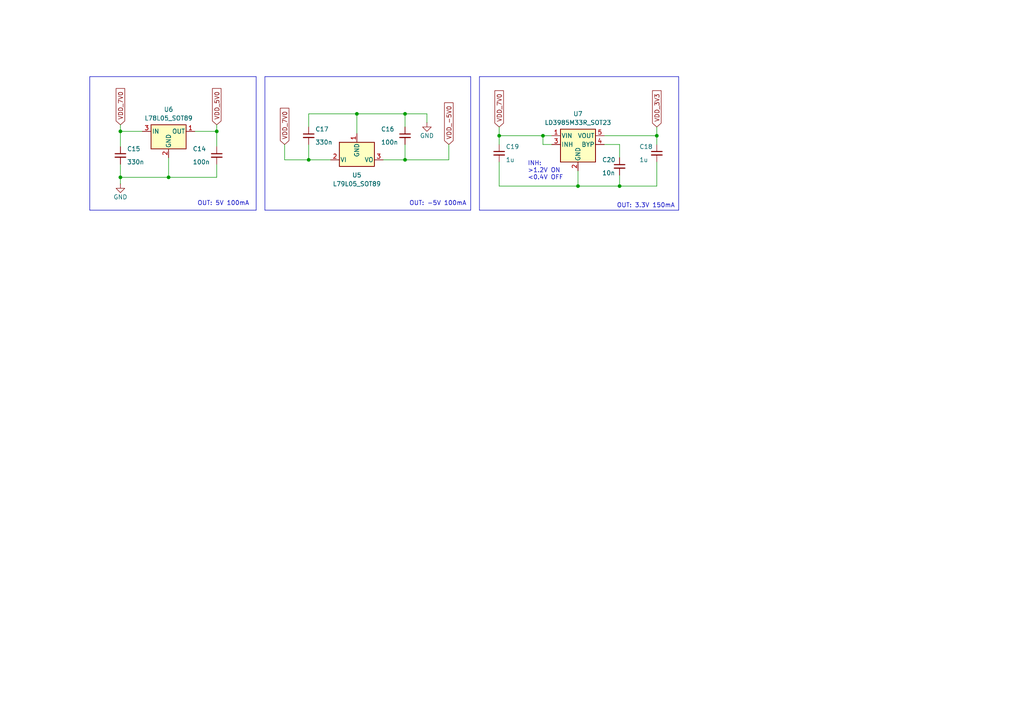
<source format=kicad_sch>
(kicad_sch (version 20231120) (generator "eeschema") (generator_version "8.0")
  (paper "A4")
  (lib_symbols
    (symbol "Device:C_Small" (pin_numbers hide) (pin_names (offset 0.254) hide)
      (property "Reference" "C" (at 0.254 1.778 0))
      (property "Value" "C_Small" (at 0.254 -2.032 0))
      (symbol "C_Small_0_1"
        (polyline (pts (xy -1.524 -0.508) (xy 1.524 -0.508)) (stroke (width 0.3302)))
        (polyline (pts (xy -1.524 0.508) (xy 1.524 0.508)) (stroke (width 0.3048)))
      )
      (symbol "C_Small_1_1"
        (pin passive line (at 0 2.54 270) (length 2.032) (name "~") (number "1"))
        (pin passive line (at 0 -2.54 90) (length 2.032) (name "~") (number "2"))
      )
    )
    (symbol "Regulator_Linear:L78L05_SOT89" (pin_names (offset 0.254))
      (property "Reference" "U" (at -3.81 3.175 0))
      (property "Value" "L78L05_SOT89" (at -0.635 3.175 0))
      (symbol "L78L05_SOT89_0_1"
        (rectangle (start -5.08 1.905) (end 5.08 -5.08) (stroke (width 0.254)) (fill (type background)))
      )
      (symbol "L78L05_SOT89_1_1"
        (pin power_out line (at 7.62 0 180) (length 2.54) (name "OUT") (number "1"))
        (pin power_in line (at 0 -7.62 90) (length 2.54) (name "GND") (number "2"))
        (pin power_in line (at -7.62 0 0) (length 2.54) (name "IN") (number "3"))
      )
    )
    (symbol "Regulator_Linear:L79L05_SOT89" (pin_names (offset 0.254))
      (property "Reference" "U" (at -3.81 -3.175 0))
      (property "Value" "L79L05_SOT89" (at 0 -3.175 0))
      (symbol "L79L05_SOT89_0_1"
        (rectangle (start -5.08 5.08) (end 5.08 -1.905) (stroke (width 0.254)) (fill (type background)))
      )
      (symbol "L79L05_SOT89_1_1"
        (pin power_in line (at 0 7.62 270) (length 2.54) (name "GND") (number "1"))
        (pin power_in line (at -7.62 0 0) (length 2.54) (name "VI") (number "2"))
        (pin power_out line (at 7.62 0 180) (length 2.54) (name "VO") (number "3"))
      )
    )
    (symbol "Regulator_Linear:LD3985M33R_SOT23" (pin_names (offset 0.254))
      (property "Reference" "U" (at -3.81 5.715 0))
      (property "Value" "LD3985M33R_SOT23" (at 0 5.715 0))
      (symbol "LD3985M33R_SOT23_0_1"
        (rectangle (start -5.08 4.445) (end 5.08 -5.08) (stroke (width 0.254)) (fill (type background)))
      )
      (symbol "LD3985M33R_SOT23_1_1"
        (pin power_in line (at -7.62 2.54 0) (length 2.54) (name "VIN") (number "1"))
        (pin power_in line (at 0 -7.62 90) (length 2.54) (name "GND") (number "2"))
        (pin input line (at -7.62 0 0) (length 2.54) (name "INH") (number "3"))
        (pin input line (at 7.62 0 180) (length 2.54) (name "BYP") (number "4"))
        (pin power_out line (at 7.62 2.54 180) (length 2.54) (name "VOUT") (number "5"))
      )
    )
    (symbol "power:GND" (power) (pin_numbers hide) (pin_names (offset 0) hide)
      (property "Value" "GND" (at 0 -3.81 0))
      (symbol "GND_0_1"
        (polyline (pts (xy 0 0) (xy 0 -1.27) (xy 1.27 -1.27) (xy 0 -2.54) (xy -1.27 -1.27) (xy 0 -1.27)))
      )
      (symbol "GND_1_1"
        (pin power_in line (at 0 0 270) (length 0) (name "~") (number "1"))
      )
    )
  )
  (junction (at 144.78 39.37))
  (junction (at 89.535 46.355))
  (junction (at 34.925 38.1))
  (junction (at 48.895 51.435))
  (junction (at 34.925 51.435))
  (junction (at 117.475 33.02))
  (junction (at 117.475 46.355))
  (junction (at 62.865 38.1))
  (junction (at 167.64 53.975))
  (junction (at 157.48 39.37))
  (junction (at 179.705 53.975))
  (junction (at 190.5 39.37))
  (junction (at 103.505 33.02))
  (wire (pts (xy 175.26 41.91) (xy 179.705 41.91)))
  (wire (pts (xy 157.48 41.91) (xy 157.48 39.37)))
  (wire (pts (xy 103.505 33.02) (xy 117.475 33.02)))
  (wire (pts (xy 117.475 46.355) (xy 130.175 46.355)))
  (wire (pts (xy 190.5 53.975) (xy 190.5 46.99)))
  (wire (pts (xy 34.925 36.195) (xy 34.925 38.1)))
  (polyline (pts (xy 26.035 60.96) (xy 26.035 22.225)))
  (polyline (pts (xy 76.835 22.225) (xy 76.835 60.96)))
  (wire (pts (xy 56.515 38.1) (xy 62.865 38.1)))
  (wire (pts (xy 48.895 51.435) (xy 62.865 51.435)))
  (polyline (pts (xy 139.065 60.96) (xy 139.065 22.225)))
  (wire (pts (xy 82.55 41.91) (xy 82.55 46.355)))
  (wire (pts (xy 34.925 38.1) (xy 41.275 38.1)))
  (polyline (pts (xy 26.035 60.96) (xy 74.295 60.96)))
  (wire (pts (xy 34.925 38.1) (xy 34.925 42.545)))
  (wire (pts (xy 190.5 36.83) (xy 190.5 39.37)))
  (wire (pts (xy 179.705 41.91) (xy 179.705 45.72)))
  (polyline (pts (xy 139.065 22.225) (xy 196.85 22.225)))
  (wire (pts (xy 157.48 39.37) (xy 160.02 39.37)))
  (wire (pts (xy 103.505 33.02) (xy 103.505 38.735)))
  (wire (pts (xy 167.64 49.53) (xy 167.64 53.975)))
  (polyline (pts (xy 196.85 22.225) (xy 196.85 60.96)))
  (wire (pts (xy 144.78 36.83) (xy 144.78 39.37)))
  (wire (pts (xy 179.705 53.975) (xy 190.5 53.975)))
  (polyline (pts (xy 136.525 60.96) (xy 76.835 60.96)))
  (polyline (pts (xy 76.835 22.225) (xy 136.525 22.225)))
  (wire (pts (xy 167.64 53.975) (xy 179.705 53.975)))
  (wire (pts (xy 117.475 33.02) (xy 123.825 33.02)))
  (wire (pts (xy 34.925 51.435) (xy 48.895 51.435)))
  (wire (pts (xy 175.26 39.37) (xy 190.5 39.37)))
  (wire (pts (xy 62.865 47.625) (xy 62.865 51.435)))
  (wire (pts (xy 117.475 41.91) (xy 117.475 46.355)))
  (wire (pts (xy 34.925 47.625) (xy 34.925 51.435)))
  (wire (pts (xy 89.535 46.355) (xy 95.885 46.355)))
  (wire (pts (xy 179.705 50.8) (xy 179.705 53.975)))
  (wire (pts (xy 34.925 51.435) (xy 34.925 53.34)))
  (wire (pts (xy 144.78 53.975) (xy 144.78 46.99)))
  (polyline (pts (xy 26.035 22.225) (xy 74.295 22.225)))
  (wire (pts (xy 111.125 46.355) (xy 117.475 46.355)))
  (wire (pts (xy 89.535 33.02) (xy 103.505 33.02)))
  (wire (pts (xy 48.895 45.72) (xy 48.895 51.435)))
  (polyline (pts (xy 136.525 22.225) (xy 136.525 60.96)))
  (wire (pts (xy 144.78 39.37) (xy 157.48 39.37)))
  (polyline (pts (xy 74.295 22.225) (xy 74.295 60.96)))
  (wire (pts (xy 160.02 41.91) (xy 157.48 41.91)))
  (wire (pts (xy 89.535 33.02) (xy 89.535 36.83)))
  (wire (pts (xy 117.475 33.02) (xy 117.475 36.83)))
  (wire (pts (xy 144.78 39.37) (xy 144.78 41.91)))
  (wire (pts (xy 144.78 53.975) (xy 167.64 53.975)))
  (polyline (pts (xy 139.065 60.96) (xy 196.85 60.96)))
  (wire (pts (xy 62.865 36.195) (xy 62.865 38.1)))
  (wire (pts (xy 190.5 39.37) (xy 190.5 41.91)))
  (wire (pts (xy 89.535 41.91) (xy 89.535 46.355)))
  (wire (pts (xy 82.55 46.355) (xy 89.535 46.355)))
  (wire (pts (xy 62.865 38.1) (xy 62.865 42.545)))
  (wire (pts (xy 130.175 41.91) (xy 130.175 46.355)))
  (wire (pts (xy 123.825 33.02) (xy 123.825 35.56)))
  (text "OUT: 3.3V 150mA\n" (at 187.325 59.69 0) (effects (font (size 1.27 1.27))))
  (text "OUT: -5V 100mA\n" (at 127 59.055 0) (effects (font (size 1.27 1.27))))
  (text "OUT: 5V 100mA\n" (at 64.77 59.055 0) (effects (font (size 1.27 1.27))))
  (text "INH:\n>1.2V ON\n<0.4V OFF" (at 153.035 49.53 0) (effects (font (size 1.27 1.27)) (justify left)))
  (global_label "VDD_3V3" (shape input) (at 190.5 36.83 90) (property "Intersheetrefs" "${INTERSHEET_REFS}" (effects (hide yes))))
  (global_label "VDD_5V0" (shape input) (at 62.865 36.195 90) (property "Intersheetrefs" "${INTERSHEET_REFS}" (effects (hide yes))))
  (global_label "VDD_7V0" (shape input) (at 34.925 36.195 90) (property "Intersheetrefs" "${INTERSHEET_REFS}" (effects (hide yes))))
  (global_label "VDD_7V0" (shape input) (at 82.55 41.91 90) (property "Intersheetrefs" "${INTERSHEET_REFS}" (effects (hide yes))))
  (global_label "VDD_7V0" (shape input) (at 144.78 36.83 90) (property "Intersheetrefs" "${INTERSHEET_REFS}" (effects (hide yes))))
  (global_label "VDD_-5V0" (shape input) (at 130.175 41.91 90) (property "Intersheetrefs" "${INTERSHEET_REFS}" (effects (hide yes))))
  (symbol (lib_id "Regulator_Linear:LD3985M33R_SOT23") (at 167.64 41.91 0) (unit 1)
    (property "Reference" "U7" (at 167.64 33.02 0))
    (property "Value" "LD3985M33R_SOT23" (at 167.64 35.56 0))
    (property "Footprint" "Package_TO_SOT_SMD:SOT-23-5" (effects (hide yes)))
    (property "Datasheet" "http://www.st.com/internet/com/TECHNICAL_RESOURCES/TECHNICAL_LITERATURE/DATASHEET/CD00003395.pdf" (effects (hide yes)))
    (property "Description" "150mA Low Dropout Voltage Regulator, Fixed Output 3.3V, SOT-23-5" (effects (hide yes)))
  )
  (symbol (lib_id "Device:C_Small") (at 179.705 48.26 0) (unit 1)
    (property "Reference" "C20" (at 174.625 46.355 0) (effects (justify left)))
    (property "Value" "10n" (at 174.625 50.165 0) (effects (justify left)))
    (property "Description" "Unpolarized capacitor, small symbol" (effects (hide yes)))
  )
  (symbol (lib_id "Device:C_Small") (at 190.5 44.45 0) (unit 1)
    (property "Reference" "C18" (at 185.42 42.545 0) (effects (justify left)))
    (property "Value" "1u" (at 185.42 46.355 0) (effects (justify left)))
    (property "Description" "Unpolarized capacitor, small symbol" (effects (hide yes)))
  )
  (symbol (lib_id "Device:C_Small") (at 144.78 44.45 0) (unit 1)
    (property "Reference" "C19" (at 146.685 42.545 0) (effects (justify left)))
    (property "Value" "1u" (at 146.685 46.355 0) (effects (justify left)))
    (property "Description" "Unpolarized capacitor, small symbol" (effects (hide yes)))
  )
  (symbol (lib_id "power:GND") (at 123.825 35.56 0) (unit 1)
    (property "Reference" "#PWR016" (effects (hide yes)))
    (property "Value" "GND" (at 123.825 39.37 0))
    (property "Description" "Power symbol creates a global label with name \"GND\" , ground" (effects (hide yes)))
  )
  (symbol (lib_id "power:GND") (at 34.925 53.34 0) (unit 1)
    (property "Reference" "#PWR015" (effects (hide yes)))
    (property "Value" "GND" (at 34.925 57.15 0))
    (property "Description" "Power symbol creates a global label with name \"GND\" , ground" (effects (hide yes)))
  )
  (symbol (lib_id "Device:C_Small") (at 89.535 39.37 0) (unit 1)
    (property "Reference" "C17" (at 91.44 37.465 0) (effects (justify left)))
    (property "Value" "330n" (at 91.44 41.275 0) (effects (justify left)))
    (property "Description" "Unpolarized capacitor, small symbol" (effects (hide yes)))
  )
  (symbol (lib_id "Device:C_Small") (at 62.865 45.085 0) (unit 1)
    (property "Reference" "C14" (at 55.88 43.18 0) (effects (justify left)))
    (property "Value" "100n" (at 55.88 46.99 0) (effects (justify left)))
    (property "Description" "Unpolarized capacitor, small symbol" (effects (hide yes)))
  )
  (symbol (lib_id "Device:C_Small") (at 34.925 45.085 0) (unit 1)
    (property "Reference" "C15" (at 36.83 43.18 0) (effects (justify left)))
    (property "Value" "330n" (at 36.83 46.99 0) (effects (justify left)))
    (property "Description" "Unpolarized capacitor, small symbol" (effects (hide yes)))
  )
  (symbol (lib_id "Regulator_Linear:L78L05_SOT89") (at 48.895 38.1 0) (unit 1)
    (property "Reference" "U6" (at 48.895 31.75 0))
    (property "Value" "L78L05_SOT89" (at 48.895 34.29 0))
    (property "Footprint" "Package_TO_SOT_SMD:SOT-89-3" (effects (hide yes)))
    (property "Datasheet" "http://www.st.com/content/ccc/resource/technical/document/datasheet/15/55/e5/aa/23/5b/43/fd/CD00000446.pdf/files/CD00000446.pdf/jcr:content/translations/en.CD00000446.pdf" (effects (hide yes)))
    (property "Description" "Positive 100mA 30V Linear Regulator, Fixed Output 5V, SOT-89" (effects (hide yes)))
  )
  (symbol (lib_id "Device:C_Small") (at 117.475 39.37 0) (unit 1)
    (property "Reference" "C16" (at 110.49 37.465 0) (effects (justify left)))
    (property "Value" "100n" (at 110.49 41.275 0) (effects (justify left)))
    (property "Description" "Unpolarized capacitor, small symbol" (effects (hide yes)))
  )
  (symbol (lib_id "Regulator_Linear:L79L05_SOT89") (at 103.505 46.355 0) (unit 1)
    (property "Reference" "U5" (at 103.505 50.8 0))
    (property "Value" "L79L05_SOT89" (at 103.505 53.34 0))
    (property "Footprint" "Package_TO_SOT_SMD:SOT-89-3" (effects (hide yes)))
    (property "Datasheet" "http://www.farnell.com/datasheets/1827870.pdf" (effects (hide yes)))
    (property "Description" "Negative 100mA -30V Linear Regulator, Fixed Output -5V, SOT-89" (effects (hide yes)))
  )
)
</source>
